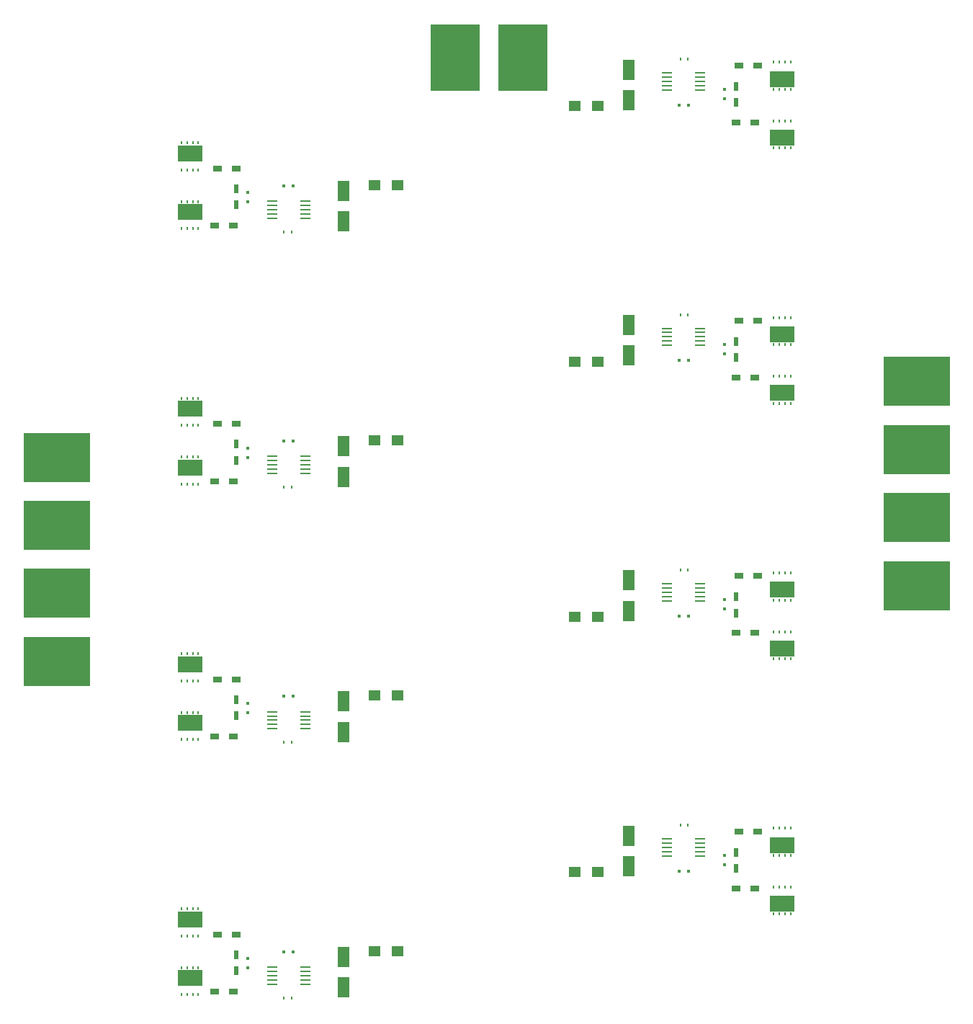
<source format=gtp>
G04 #@! TF.GenerationSoftware,KiCad,Pcbnew,5.0.0*
G04 #@! TF.CreationDate,2018-08-14T07:29:03-04:00*
G04 #@! TF.ProjectId,peripherals,7065726970686572616C732E6B696361,rev?*
G04 #@! TF.SameCoordinates,Original*
G04 #@! TF.FileFunction,Paste,Top*
G04 #@! TF.FilePolarity,Positive*
%FSLAX46Y46*%
G04 Gerber Fmt 4.6, Leading zero omitted, Abs format (unit mm)*
G04 Created by KiCad (PCBNEW 5.0.0) date Tue Aug 14 07:29:03 2018*
%MOMM*%
%LPD*%
G01*
G04 APERTURE LIST*
%ADD10R,1.447600X2.447600*%
%ADD11R,0.347600X0.447600*%
%ADD12R,0.447600X0.347600*%
%ADD13R,0.597600X1.047600*%
%ADD14R,0.247600X0.447600*%
%ADD15R,1.047600X0.747600*%
%ADD16R,1.347600X1.147600*%
%ADD17R,5.847600X7.847600*%
%ADD18R,7.847600X5.847600*%
%ADD19R,1.197600X0.147600*%
%ADD20R,2.847600X1.847600*%
%ADD21R,0.277600X0.297600*%
%ADD22R,0.277600X0.447600*%
G04 APERTURE END LIST*
D10*
G04 #@! TO.C,C401*
X74000000Y-128100000D03*
X74000000Y-131700000D03*
G04 #@! TD*
G04 #@! TO.C,C501*
X74000000Y-158100000D03*
X74000000Y-161700000D03*
G04 #@! TD*
G04 #@! TO.C,C901*
X107600000Y-57450000D03*
X107600000Y-53850000D03*
G04 #@! TD*
G04 #@! TO.C,C801*
X107600000Y-87450000D03*
X107600000Y-83850000D03*
G04 #@! TD*
G04 #@! TO.C,C301*
X74000000Y-98100000D03*
X74000000Y-101700000D03*
G04 #@! TD*
G04 #@! TO.C,C701*
X107600000Y-117450000D03*
X107600000Y-113850000D03*
G04 #@! TD*
G04 #@! TO.C,C201*
X74000000Y-68100000D03*
X74000000Y-71700000D03*
G04 #@! TD*
G04 #@! TO.C,C601*
X107600000Y-147450000D03*
X107600000Y-143850000D03*
G04 #@! TD*
D11*
G04 #@! TO.C,C205*
X62800000Y-68300000D03*
X62800000Y-69400000D03*
G04 #@! TD*
D12*
G04 #@! TO.C,C202*
X68100000Y-67500000D03*
X67000000Y-67500000D03*
G04 #@! TD*
D11*
G04 #@! TO.C,C305*
X62800000Y-98300000D03*
X62800000Y-99400000D03*
G04 #@! TD*
D12*
G04 #@! TO.C,C302*
X68100000Y-97500000D03*
X67000000Y-97500000D03*
G04 #@! TD*
G04 #@! TO.C,C402*
X68100000Y-127500000D03*
X67000000Y-127500000D03*
G04 #@! TD*
D11*
G04 #@! TO.C,C405*
X62800000Y-128300000D03*
X62800000Y-129400000D03*
G04 #@! TD*
D12*
G04 #@! TO.C,C502*
X68100000Y-157500000D03*
X67000000Y-157500000D03*
G04 #@! TD*
D11*
G04 #@! TO.C,C505*
X62800000Y-158300000D03*
X62800000Y-159400000D03*
G04 #@! TD*
G04 #@! TO.C,C905*
X118800000Y-57250000D03*
X118800000Y-56150000D03*
G04 #@! TD*
D12*
G04 #@! TO.C,C902*
X113500000Y-58050000D03*
X114600000Y-58050000D03*
G04 #@! TD*
D11*
G04 #@! TO.C,C805*
X118800000Y-87250000D03*
X118800000Y-86150000D03*
G04 #@! TD*
D12*
G04 #@! TO.C,C802*
X113500000Y-88050000D03*
X114600000Y-88050000D03*
G04 #@! TD*
D11*
G04 #@! TO.C,C605*
X118800000Y-147250000D03*
X118800000Y-146150000D03*
G04 #@! TD*
G04 #@! TO.C,C705*
X118800000Y-117250000D03*
X118800000Y-116150000D03*
G04 #@! TD*
D12*
G04 #@! TO.C,C702*
X113500000Y-118050000D03*
X114600000Y-118050000D03*
G04 #@! TD*
G04 #@! TO.C,C602*
X113500000Y-148050000D03*
X114600000Y-148050000D03*
G04 #@! TD*
D13*
G04 #@! TO.C,C906*
X120200000Y-57700000D03*
X120200000Y-55800000D03*
G04 #@! TD*
G04 #@! TO.C,C806*
X120200000Y-87700000D03*
X120200000Y-85800000D03*
G04 #@! TD*
G04 #@! TO.C,C706*
X120200000Y-117700000D03*
X120200000Y-115800000D03*
G04 #@! TD*
G04 #@! TO.C,C206*
X61400000Y-67850000D03*
X61400000Y-69750000D03*
G04 #@! TD*
G04 #@! TO.C,C606*
X120200000Y-147700000D03*
X120200000Y-145800000D03*
G04 #@! TD*
G04 #@! TO.C,C506*
X61400000Y-157850000D03*
X61400000Y-159750000D03*
G04 #@! TD*
G04 #@! TO.C,C306*
X61400000Y-97850000D03*
X61400000Y-99750000D03*
G04 #@! TD*
G04 #@! TO.C,C406*
X61400000Y-127850000D03*
X61400000Y-129750000D03*
G04 #@! TD*
D14*
G04 #@! TO.C,R202*
X67050000Y-72900000D03*
X67950000Y-72900000D03*
G04 #@! TD*
G04 #@! TO.C,R302*
X67050000Y-102900000D03*
X67950000Y-102900000D03*
G04 #@! TD*
G04 #@! TO.C,R402*
X67050000Y-132900000D03*
X67950000Y-132900000D03*
G04 #@! TD*
G04 #@! TO.C,R502*
X67050000Y-162900000D03*
X67950000Y-162900000D03*
G04 #@! TD*
G04 #@! TO.C,R702*
X114550000Y-112650000D03*
X113650000Y-112650000D03*
G04 #@! TD*
G04 #@! TO.C,R802*
X114550000Y-82650000D03*
X113650000Y-82650000D03*
G04 #@! TD*
G04 #@! TO.C,R902*
X114550000Y-52650000D03*
X113650000Y-52650000D03*
G04 #@! TD*
G04 #@! TO.C,R602*
X114550000Y-142650000D03*
X113650000Y-142650000D03*
G04 #@! TD*
D15*
G04 #@! TO.C,R801*
X120200000Y-90050000D03*
X122400000Y-90050000D03*
G04 #@! TD*
G04 #@! TO.C,R201*
X61400000Y-65500000D03*
X59200000Y-65500000D03*
G04 #@! TD*
G04 #@! TO.C,R601*
X120200000Y-150050000D03*
X122400000Y-150050000D03*
G04 #@! TD*
G04 #@! TO.C,R203*
X58900000Y-72200000D03*
X61100000Y-72200000D03*
G04 #@! TD*
G04 #@! TO.C,R903*
X122700000Y-53350000D03*
X120500000Y-53350000D03*
G04 #@! TD*
G04 #@! TO.C,R301*
X61400000Y-95500000D03*
X59200000Y-95500000D03*
G04 #@! TD*
G04 #@! TO.C,R901*
X120200000Y-60050000D03*
X122400000Y-60050000D03*
G04 #@! TD*
G04 #@! TO.C,R803*
X122700000Y-83350000D03*
X120500000Y-83350000D03*
G04 #@! TD*
G04 #@! TO.C,R703*
X122700000Y-113350000D03*
X120500000Y-113350000D03*
G04 #@! TD*
G04 #@! TO.C,R303*
X58900000Y-102200000D03*
X61100000Y-102200000D03*
G04 #@! TD*
G04 #@! TO.C,R401*
X61400000Y-125500000D03*
X59200000Y-125500000D03*
G04 #@! TD*
G04 #@! TO.C,R403*
X58900000Y-132200000D03*
X61100000Y-132200000D03*
G04 #@! TD*
G04 #@! TO.C,R501*
X61400000Y-155500000D03*
X59200000Y-155500000D03*
G04 #@! TD*
G04 #@! TO.C,R701*
X120200000Y-120050000D03*
X122400000Y-120050000D03*
G04 #@! TD*
G04 #@! TO.C,R603*
X122700000Y-143350000D03*
X120500000Y-143350000D03*
G04 #@! TD*
G04 #@! TO.C,R503*
X58900000Y-162200000D03*
X61100000Y-162200000D03*
G04 #@! TD*
D16*
G04 #@! TO.C,L301*
X77650000Y-97400000D03*
X80350000Y-97400000D03*
G04 #@! TD*
G04 #@! TO.C,L201*
X77650000Y-67400000D03*
X80350000Y-67400000D03*
G04 #@! TD*
G04 #@! TO.C,L401*
X77650000Y-127400000D03*
X80350000Y-127400000D03*
G04 #@! TD*
G04 #@! TO.C,L501*
X77650000Y-157400000D03*
X80350000Y-157400000D03*
G04 #@! TD*
G04 #@! TO.C,L701*
X103950000Y-118150000D03*
X101250000Y-118150000D03*
G04 #@! TD*
G04 #@! TO.C,L801*
X103950000Y-88150000D03*
X101250000Y-88150000D03*
G04 #@! TD*
G04 #@! TO.C,L901*
X103950000Y-58150000D03*
X101250000Y-58150000D03*
G04 #@! TD*
G04 #@! TO.C,L601*
X103950000Y-148150000D03*
X101250000Y-148150000D03*
G04 #@! TD*
D17*
G04 #@! TO.C,BT101*
X87150000Y-52450000D03*
X95150000Y-52450000D03*
G04 #@! TD*
D18*
G04 #@! TO.C,J103*
X141400000Y-90500000D03*
X141400000Y-106500000D03*
X141400000Y-114500000D03*
X141400000Y-98500000D03*
G04 #@! TD*
G04 #@! TO.C,J104*
X40300000Y-115400000D03*
X40300000Y-99400000D03*
X40300000Y-107400000D03*
X40300000Y-123400000D03*
G04 #@! TD*
D19*
G04 #@! TO.C,U501*
X65625000Y-159300000D03*
X65625000Y-159800000D03*
X65625000Y-160300000D03*
X65625000Y-160800000D03*
X65625000Y-161300000D03*
X69575000Y-161300000D03*
X69575000Y-160800000D03*
X69575000Y-160300000D03*
X69575000Y-159800000D03*
X69575000Y-159300000D03*
G04 #@! TD*
G04 #@! TO.C,U201*
X65625000Y-69300000D03*
X65625000Y-69800000D03*
X65625000Y-70300000D03*
X65625000Y-70800000D03*
X65625000Y-71300000D03*
X69575000Y-71300000D03*
X69575000Y-70800000D03*
X69575000Y-70300000D03*
X69575000Y-69800000D03*
X69575000Y-69300000D03*
G04 #@! TD*
G04 #@! TO.C,U901*
X115975000Y-56250000D03*
X115975000Y-55750000D03*
X115975000Y-55250000D03*
X115975000Y-54750000D03*
X115975000Y-54250000D03*
X112025000Y-54250000D03*
X112025000Y-54750000D03*
X112025000Y-55250000D03*
X112025000Y-55750000D03*
X112025000Y-56250000D03*
G04 #@! TD*
G04 #@! TO.C,U401*
X65625000Y-129300000D03*
X65625000Y-129800000D03*
X65625000Y-130300000D03*
X65625000Y-130800000D03*
X65625000Y-131300000D03*
X69575000Y-131300000D03*
X69575000Y-130800000D03*
X69575000Y-130300000D03*
X69575000Y-129800000D03*
X69575000Y-129300000D03*
G04 #@! TD*
G04 #@! TO.C,U601*
X115975000Y-146250000D03*
X115975000Y-145750000D03*
X115975000Y-145250000D03*
X115975000Y-144750000D03*
X115975000Y-144250000D03*
X112025000Y-144250000D03*
X112025000Y-144750000D03*
X112025000Y-145250000D03*
X112025000Y-145750000D03*
X112025000Y-146250000D03*
G04 #@! TD*
G04 #@! TO.C,U701*
X115975000Y-116250000D03*
X115975000Y-115750000D03*
X115975000Y-115250000D03*
X115975000Y-114750000D03*
X115975000Y-114250000D03*
X112025000Y-114250000D03*
X112025000Y-114750000D03*
X112025000Y-115250000D03*
X112025000Y-115750000D03*
X112025000Y-116250000D03*
G04 #@! TD*
G04 #@! TO.C,U801*
X115975000Y-86250000D03*
X115975000Y-85750000D03*
X115975000Y-85250000D03*
X115975000Y-84750000D03*
X115975000Y-84250000D03*
X112025000Y-84250000D03*
X112025000Y-84750000D03*
X112025000Y-85250000D03*
X112025000Y-85750000D03*
X112025000Y-86250000D03*
G04 #@! TD*
G04 #@! TO.C,U301*
X65625000Y-99300000D03*
X65625000Y-99800000D03*
X65625000Y-100300000D03*
X65625000Y-100800000D03*
X65625000Y-101300000D03*
X69575000Y-101300000D03*
X69575000Y-100800000D03*
X69575000Y-100300000D03*
X69575000Y-99800000D03*
X69575000Y-99300000D03*
G04 #@! TD*
D20*
G04 #@! TO.C,Q202*
X56000000Y-70600000D03*
D21*
X55025000Y-69375000D03*
X55675000Y-69375000D03*
X56325000Y-69375000D03*
X56975000Y-69375000D03*
D22*
X56975000Y-72550000D03*
X56325000Y-72550000D03*
X55675000Y-72550000D03*
X55025000Y-72550000D03*
G04 #@! TD*
G04 #@! TO.C,Q301*
X55025000Y-95650000D03*
X55675000Y-95650000D03*
X56325000Y-95650000D03*
X56975000Y-95650000D03*
D21*
X56975000Y-92475000D03*
X56325000Y-92475000D03*
X55675000Y-92475000D03*
X55025000Y-92475000D03*
D20*
X56000000Y-93700000D03*
G04 #@! TD*
G04 #@! TO.C,Q302*
X56000000Y-100600000D03*
D21*
X55025000Y-99375000D03*
X55675000Y-99375000D03*
X56325000Y-99375000D03*
X56975000Y-99375000D03*
D22*
X56975000Y-102550000D03*
X56325000Y-102550000D03*
X55675000Y-102550000D03*
X55025000Y-102550000D03*
G04 #@! TD*
G04 #@! TO.C,Q401*
X55025000Y-125650000D03*
X55675000Y-125650000D03*
X56325000Y-125650000D03*
X56975000Y-125650000D03*
D21*
X56975000Y-122475000D03*
X56325000Y-122475000D03*
X55675000Y-122475000D03*
X55025000Y-122475000D03*
D20*
X56000000Y-123700000D03*
G04 #@! TD*
G04 #@! TO.C,Q402*
X56000000Y-130600000D03*
D21*
X55025000Y-129375000D03*
X55675000Y-129375000D03*
X56325000Y-129375000D03*
X56975000Y-129375000D03*
D22*
X56975000Y-132550000D03*
X56325000Y-132550000D03*
X55675000Y-132550000D03*
X55025000Y-132550000D03*
G04 #@! TD*
G04 #@! TO.C,Q501*
X55025000Y-155650000D03*
X55675000Y-155650000D03*
X56325000Y-155650000D03*
X56975000Y-155650000D03*
D21*
X56975000Y-152475000D03*
X56325000Y-152475000D03*
X55675000Y-152475000D03*
X55025000Y-152475000D03*
D20*
X56000000Y-153700000D03*
G04 #@! TD*
G04 #@! TO.C,Q502*
X56000000Y-160600000D03*
D21*
X55025000Y-159375000D03*
X55675000Y-159375000D03*
X56325000Y-159375000D03*
X56975000Y-159375000D03*
D22*
X56975000Y-162550000D03*
X56325000Y-162550000D03*
X55675000Y-162550000D03*
X55025000Y-162550000D03*
G04 #@! TD*
G04 #@! TO.C,Q601*
X126575000Y-149900000D03*
X125925000Y-149900000D03*
X125275000Y-149900000D03*
X124625000Y-149900000D03*
D21*
X124625000Y-153075000D03*
X125275000Y-153075000D03*
X125925000Y-153075000D03*
X126575000Y-153075000D03*
D20*
X125600000Y-151850000D03*
G04 #@! TD*
G04 #@! TO.C,Q602*
X125600000Y-144950000D03*
D21*
X126575000Y-146175000D03*
X125925000Y-146175000D03*
X125275000Y-146175000D03*
X124625000Y-146175000D03*
D22*
X124625000Y-143000000D03*
X125275000Y-143000000D03*
X125925000Y-143000000D03*
X126575000Y-143000000D03*
G04 #@! TD*
G04 #@! TO.C,Q701*
X126575000Y-119900000D03*
X125925000Y-119900000D03*
X125275000Y-119900000D03*
X124625000Y-119900000D03*
D21*
X124625000Y-123075000D03*
X125275000Y-123075000D03*
X125925000Y-123075000D03*
X126575000Y-123075000D03*
D20*
X125600000Y-121850000D03*
G04 #@! TD*
D22*
G04 #@! TO.C,Q801*
X126575000Y-89900000D03*
X125925000Y-89900000D03*
X125275000Y-89900000D03*
X124625000Y-89900000D03*
D21*
X124625000Y-93075000D03*
X125275000Y-93075000D03*
X125925000Y-93075000D03*
X126575000Y-93075000D03*
D20*
X125600000Y-91850000D03*
G04 #@! TD*
G04 #@! TO.C,Q802*
X125600000Y-84950000D03*
D21*
X126575000Y-86175000D03*
X125925000Y-86175000D03*
X125275000Y-86175000D03*
X124625000Y-86175000D03*
D22*
X124625000Y-83000000D03*
X125275000Y-83000000D03*
X125925000Y-83000000D03*
X126575000Y-83000000D03*
G04 #@! TD*
G04 #@! TO.C,Q901*
X126575000Y-59900000D03*
X125925000Y-59900000D03*
X125275000Y-59900000D03*
X124625000Y-59900000D03*
D21*
X124625000Y-63075000D03*
X125275000Y-63075000D03*
X125925000Y-63075000D03*
X126575000Y-63075000D03*
D20*
X125600000Y-61850000D03*
G04 #@! TD*
G04 #@! TO.C,Q902*
X125600000Y-54950000D03*
D21*
X126575000Y-56175000D03*
X125925000Y-56175000D03*
X125275000Y-56175000D03*
X124625000Y-56175000D03*
D22*
X124625000Y-53000000D03*
X125275000Y-53000000D03*
X125925000Y-53000000D03*
X126575000Y-53000000D03*
G04 #@! TD*
D20*
G04 #@! TO.C,Q702*
X125600000Y-114950000D03*
D21*
X126575000Y-116175000D03*
X125925000Y-116175000D03*
X125275000Y-116175000D03*
X124625000Y-116175000D03*
D22*
X124625000Y-113000000D03*
X125275000Y-113000000D03*
X125925000Y-113000000D03*
X126575000Y-113000000D03*
G04 #@! TD*
G04 #@! TO.C,Q201*
X55025000Y-65650000D03*
X55675000Y-65650000D03*
X56325000Y-65650000D03*
X56975000Y-65650000D03*
D21*
X56975000Y-62475000D03*
X56325000Y-62475000D03*
X55675000Y-62475000D03*
X55025000Y-62475000D03*
D20*
X56000000Y-63700000D03*
G04 #@! TD*
M02*

</source>
